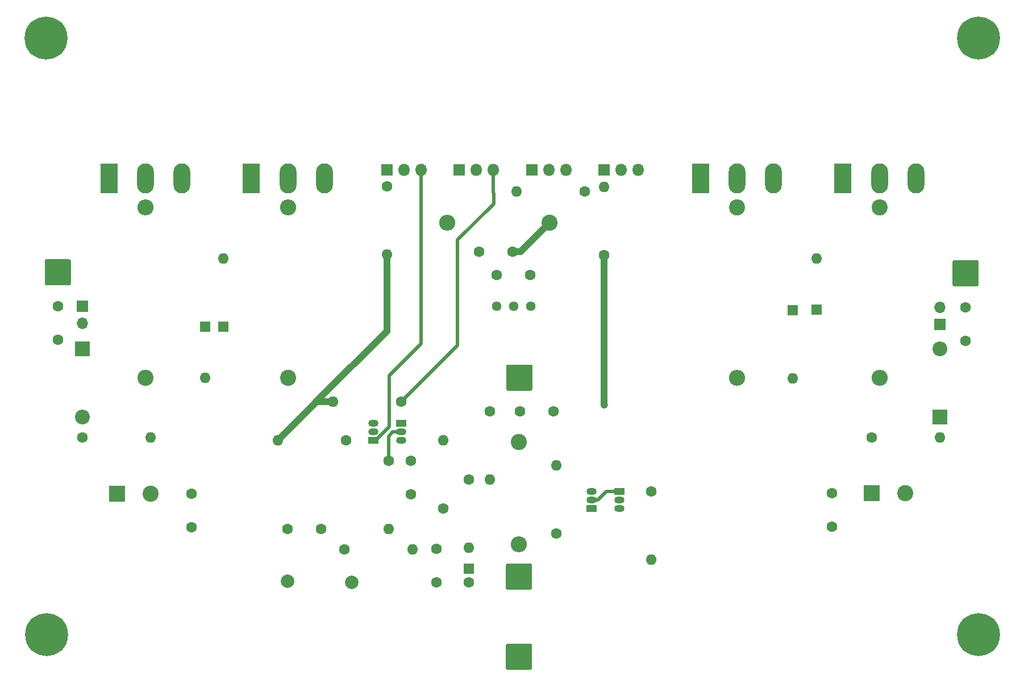
<source format=gbr>
G04 #@! TF.GenerationSoftware,KiCad,Pcbnew,(5.1.12-1-10_14)*
G04 #@! TF.CreationDate,2021-12-08T14:07:12+01:00*
G04 #@! TF.ProjectId,amp-mosfet-160w,616d702d-6d6f-4736-9665-742d31363077,rev?*
G04 #@! TF.SameCoordinates,Original*
G04 #@! TF.FileFunction,Copper,L1,Top*
G04 #@! TF.FilePolarity,Positive*
%FSLAX46Y46*%
G04 Gerber Fmt 4.6, Leading zero omitted, Abs format (unit mm)*
G04 Created by KiCad (PCBNEW (5.1.12-1-10_14)) date 2021-12-08 14:07:12*
%MOMM*%
%LPD*%
G01*
G04 APERTURE LIST*
G04 #@! TA.AperFunction,ComponentPad*
%ADD10C,2.400000*%
G04 #@! TD*
G04 #@! TA.AperFunction,ComponentPad*
%ADD11R,2.400000X2.400000*%
G04 #@! TD*
G04 #@! TA.AperFunction,ComponentPad*
%ADD12C,0.800000*%
G04 #@! TD*
G04 #@! TA.AperFunction,ComponentPad*
%ADD13C,6.400000*%
G04 #@! TD*
G04 #@! TA.AperFunction,ComponentPad*
%ADD14C,2.000000*%
G04 #@! TD*
G04 #@! TA.AperFunction,ComponentPad*
%ADD15C,1.600000*%
G04 #@! TD*
G04 #@! TA.AperFunction,ComponentPad*
%ADD16C,1.440000*%
G04 #@! TD*
G04 #@! TA.AperFunction,ComponentPad*
%ADD17O,2.400000X2.400000*%
G04 #@! TD*
G04 #@! TA.AperFunction,ComponentPad*
%ADD18O,1.600000X1.600000*%
G04 #@! TD*
G04 #@! TA.AperFunction,ComponentPad*
%ADD19O,2.500000X4.500000*%
G04 #@! TD*
G04 #@! TA.AperFunction,ComponentPad*
%ADD20R,2.500000X4.500000*%
G04 #@! TD*
G04 #@! TA.AperFunction,ComponentPad*
%ADD21O,1.800000X1.800000*%
G04 #@! TD*
G04 #@! TA.AperFunction,ComponentPad*
%ADD22R,1.800000X1.800000*%
G04 #@! TD*
G04 #@! TA.AperFunction,ComponentPad*
%ADD23R,1.500000X1.050000*%
G04 #@! TD*
G04 #@! TA.AperFunction,ComponentPad*
%ADD24O,1.500000X1.050000*%
G04 #@! TD*
G04 #@! TA.AperFunction,ComponentPad*
%ADD25O,1.700000X1.700000*%
G04 #@! TD*
G04 #@! TA.AperFunction,ComponentPad*
%ADD26R,1.700000X1.700000*%
G04 #@! TD*
G04 #@! TA.AperFunction,ComponentPad*
%ADD27O,2.200000X2.200000*%
G04 #@! TD*
G04 #@! TA.AperFunction,ComponentPad*
%ADD28R,2.200000X2.200000*%
G04 #@! TD*
G04 #@! TA.AperFunction,ComponentPad*
%ADD29R,1.600000X1.600000*%
G04 #@! TD*
G04 #@! TA.AperFunction,ViaPad*
%ADD30C,1.000000*%
G04 #@! TD*
G04 #@! TA.AperFunction,Conductor*
%ADD31C,0.500000*%
G04 #@! TD*
G04 #@! TA.AperFunction,Conductor*
%ADD32C,1.000000*%
G04 #@! TD*
G04 APERTURE END LIST*
D10*
X81153000Y-110490000D03*
D11*
X76153000Y-110490000D03*
D10*
X193595000Y-110363000D03*
D11*
X188595000Y-110363000D03*
D12*
X67229056Y-40847944D03*
X65532000Y-40145000D03*
X63834944Y-40847944D03*
X63132000Y-42545000D03*
X63834944Y-44242056D03*
X65532000Y-44945000D03*
X67229056Y-44242056D03*
X67932000Y-42545000D03*
D13*
X65532000Y-42545000D03*
D12*
X206167056Y-40847944D03*
X204470000Y-40145000D03*
X202772944Y-40847944D03*
X202070000Y-42545000D03*
X202772944Y-44242056D03*
X204470000Y-44945000D03*
X206167056Y-44242056D03*
X206870000Y-42545000D03*
D13*
X204470000Y-42545000D03*
D14*
X111125000Y-123698000D03*
X101536500Y-123507500D03*
D15*
X67310000Y-82550000D03*
X67310000Y-87550000D03*
X202565000Y-87677000D03*
X202565000Y-82677000D03*
D16*
X132715000Y-82550000D03*
X135255000Y-82550000D03*
X137795000Y-82550000D03*
D17*
X189738000Y-93218000D03*
D10*
X189738000Y-67818000D03*
D17*
X168529000Y-93218000D03*
D10*
X168529000Y-67818000D03*
D18*
X135636000Y-65405000D03*
D15*
X145796000Y-65405000D03*
D17*
X136017000Y-117983000D03*
D10*
X136017000Y-102743000D03*
D18*
X81153000Y-102108000D03*
D15*
X70993000Y-102108000D03*
D18*
X198755000Y-102108000D03*
D15*
X188595000Y-102108000D03*
D17*
X101600000Y-67818000D03*
D10*
X101600000Y-93218000D03*
D17*
X80391000Y-67818000D03*
D10*
X80391000Y-93218000D03*
D18*
X116332000Y-74803000D03*
D15*
X116332000Y-64643000D03*
D18*
X131699000Y-108331000D03*
D15*
X131699000Y-98171000D03*
D18*
X128524000Y-118491000D03*
D15*
X128524000Y-108331000D03*
D17*
X125349000Y-70104000D03*
D10*
X140589000Y-70104000D03*
D18*
X148717000Y-64770000D03*
D15*
X148717000Y-74930000D03*
D18*
X100076000Y-102489000D03*
D15*
X110236000Y-102489000D03*
D18*
X124714000Y-102489000D03*
D15*
X124714000Y-112649000D03*
D18*
X141605000Y-106235500D03*
D15*
X141605000Y-116395500D03*
D18*
X108331000Y-96774000D03*
D15*
X118491000Y-96774000D03*
D18*
X155702000Y-120269000D03*
D15*
X155702000Y-110109000D03*
D18*
X116586000Y-115697000D03*
D15*
X116586000Y-105537000D03*
D18*
X120142000Y-118745000D03*
D15*
X109982000Y-118745000D03*
D19*
X195177000Y-63500000D03*
X189727000Y-63500000D03*
D20*
X184277000Y-63500000D03*
D19*
X107039000Y-63500000D03*
X101589000Y-63500000D03*
D20*
X96139000Y-63500000D03*
D21*
X132207000Y-62230000D03*
X129667000Y-62230000D03*
D22*
X127127000Y-62230000D03*
D21*
X143002000Y-62230000D03*
X140462000Y-62230000D03*
D22*
X137922000Y-62230000D03*
D23*
X114363500Y-102489000D03*
D24*
X114363500Y-99949000D03*
X114363500Y-101219000D03*
D23*
X146812000Y-112649000D03*
D24*
X146812000Y-110109000D03*
X146812000Y-111379000D03*
D23*
X151003000Y-110109000D03*
D24*
X151003000Y-112649000D03*
X151003000Y-111379000D03*
D19*
X173968000Y-63500000D03*
X168518000Y-63500000D03*
D20*
X163068000Y-63500000D03*
D19*
X85830000Y-63500000D03*
X80380000Y-63500000D03*
D20*
X74930000Y-63500000D03*
D21*
X153797000Y-62230000D03*
X151257000Y-62230000D03*
D22*
X148717000Y-62230000D03*
D21*
X121412000Y-62230000D03*
X118872000Y-62230000D03*
D22*
X116332000Y-62230000D03*
D23*
X118491000Y-99949000D03*
D24*
X118491000Y-102489000D03*
X118491000Y-101219000D03*
D12*
X206167056Y-129747944D03*
X204470000Y-129045000D03*
X202772944Y-129747944D03*
X202070000Y-131445000D03*
X202772944Y-133142056D03*
X204470000Y-133845000D03*
X206167056Y-133142056D03*
X206870000Y-131445000D03*
D13*
X204470000Y-131445000D03*
D12*
X67310000Y-129747944D03*
X65612944Y-129045000D03*
X63915888Y-129747944D03*
X63212944Y-131445000D03*
X63915888Y-133142056D03*
X65612944Y-133845000D03*
X67310000Y-133142056D03*
X68012944Y-131445000D03*
D13*
X65612944Y-131445000D03*
D25*
X70993000Y-85090000D03*
D26*
X70993000Y-82550000D03*
D25*
X198755000Y-82677000D03*
D26*
X198755000Y-85217000D03*
G04 #@! TA.AperFunction,ComponentPad*
G36*
G01*
X134067000Y-136446999D02*
X134067000Y-133047001D01*
G75*
G02*
X134317001Y-132797000I250001J0D01*
G01*
X137716999Y-132797000D01*
G75*
G02*
X137967000Y-133047001I0J-250001D01*
G01*
X137967000Y-136446999D01*
G75*
G02*
X137716999Y-136697000I-250001J0D01*
G01*
X134317001Y-136697000D01*
G75*
G02*
X134067000Y-136446999I0J250001D01*
G01*
G37*
G04 #@! TD.AperFunction*
G04 #@! TA.AperFunction,ComponentPad*
G36*
G01*
X134067000Y-124508999D02*
X134067000Y-121109001D01*
G75*
G02*
X134317001Y-120859000I250001J0D01*
G01*
X137716999Y-120859000D01*
G75*
G02*
X137967000Y-121109001I0J-250001D01*
G01*
X137967000Y-124508999D01*
G75*
G02*
X137716999Y-124759000I-250001J0D01*
G01*
X134317001Y-124759000D01*
G75*
G02*
X134067000Y-124508999I0J250001D01*
G01*
G37*
G04 #@! TD.AperFunction*
G04 #@! TA.AperFunction,ComponentPad*
G36*
G01*
X134130500Y-94854499D02*
X134130500Y-91454501D01*
G75*
G02*
X134380501Y-91204500I250001J0D01*
G01*
X137780499Y-91204500D01*
G75*
G02*
X138030500Y-91454501I0J-250001D01*
G01*
X138030500Y-94854499D01*
G75*
G02*
X137780499Y-95104500I-250001J0D01*
G01*
X134380501Y-95104500D01*
G75*
G02*
X134130500Y-94854499I0J250001D01*
G01*
G37*
G04 #@! TD.AperFunction*
G04 #@! TA.AperFunction,ComponentPad*
G36*
G01*
X65360000Y-79169999D02*
X65360000Y-75770001D01*
G75*
G02*
X65610001Y-75520000I250001J0D01*
G01*
X69009999Y-75520000D01*
G75*
G02*
X69260000Y-75770001I0J-250001D01*
G01*
X69260000Y-79169999D01*
G75*
G02*
X69009999Y-79420000I-250001J0D01*
G01*
X65610001Y-79420000D01*
G75*
G02*
X65360000Y-79169999I0J250001D01*
G01*
G37*
G04 #@! TD.AperFunction*
G04 #@! TA.AperFunction,ComponentPad*
G36*
G01*
X200615000Y-79296999D02*
X200615000Y-75897001D01*
G75*
G02*
X200865001Y-75647000I250001J0D01*
G01*
X204264999Y-75647000D01*
G75*
G02*
X204515000Y-75897001I0J-250001D01*
G01*
X204515000Y-79296999D01*
G75*
G02*
X204264999Y-79547000I-250001J0D01*
G01*
X200865001Y-79547000D01*
G75*
G02*
X200615000Y-79296999I0J250001D01*
G01*
G37*
G04 #@! TD.AperFunction*
D27*
X70993000Y-99060000D03*
D28*
X70993000Y-88900000D03*
D27*
X198755000Y-88900000D03*
D28*
X198755000Y-99060000D03*
D18*
X91948000Y-75438000D03*
D29*
X91948000Y-85598000D03*
D18*
X89281000Y-93218000D03*
D29*
X89281000Y-85598000D03*
D18*
X176847500Y-93281500D03*
D29*
X176847500Y-83121500D03*
D18*
X180340000Y-75438000D03*
D29*
X180340000Y-83058000D03*
D15*
X141144000Y-98171000D03*
X136144000Y-98171000D03*
X87249000Y-110490000D03*
X87249000Y-115490000D03*
X182626000Y-115363000D03*
X182626000Y-110363000D03*
X137715000Y-77851000D03*
X132715000Y-77851000D03*
X123698000Y-123681500D03*
X123698000Y-118681500D03*
X128524000Y-123666000D03*
D29*
X128524000Y-121666000D03*
D15*
X130048000Y-74422000D03*
X135048000Y-74422000D03*
X119888000Y-110537000D03*
X119888000Y-105537000D03*
X101553000Y-115697000D03*
X106553000Y-115697000D03*
D30*
X148749999Y-97249001D03*
D31*
X117241000Y-101219000D02*
X116586000Y-101874000D01*
X116586000Y-101874000D02*
X116586000Y-105537000D01*
X118491000Y-101219000D02*
X117241000Y-101219000D01*
D32*
X136271000Y-74422000D02*
X140589000Y-70104000D01*
X135048000Y-74422000D02*
X136271000Y-74422000D01*
D31*
X132207000Y-65612000D02*
X132207000Y-62230000D01*
X132254000Y-65659000D02*
X132207000Y-65612000D01*
X132254000Y-67237998D02*
X132254000Y-65659000D01*
X126873000Y-72618998D02*
X132254000Y-67237998D01*
X126873000Y-88392000D02*
X126873000Y-72618998D01*
X118491000Y-96774000D02*
X126873000Y-88392000D01*
D32*
X148717000Y-74930000D02*
X148717000Y-97216002D01*
X116332000Y-86233000D02*
X116332000Y-84836000D01*
X106045000Y-96520000D02*
X116332000Y-86233000D01*
X116332000Y-84836000D02*
X116332000Y-74803000D01*
X116332000Y-85979000D02*
X116332000Y-84836000D01*
X108331000Y-96774000D02*
X105791000Y-96774000D01*
X105791000Y-96774000D02*
X105600500Y-96964500D01*
X105600500Y-96964500D02*
X100076000Y-102489000D01*
X106045000Y-96520000D02*
X105600500Y-96964500D01*
D31*
X114697372Y-102489000D02*
X116713000Y-100473372D01*
X114363500Y-102489000D02*
X114697372Y-102489000D01*
X116713000Y-100473372D02*
X116713000Y-92837000D01*
X121412000Y-88138000D02*
X121412000Y-82677000D01*
X116713000Y-92837000D02*
X121412000Y-88138000D01*
X121412000Y-82677000D02*
X121412000Y-82931000D01*
X121412000Y-62230000D02*
X121412000Y-82677000D01*
X146812000Y-111379000D02*
X147764500Y-111379000D01*
X149034500Y-110109000D02*
X151003000Y-110109000D01*
X147764500Y-111379000D02*
X149034500Y-110109000D01*
M02*

</source>
